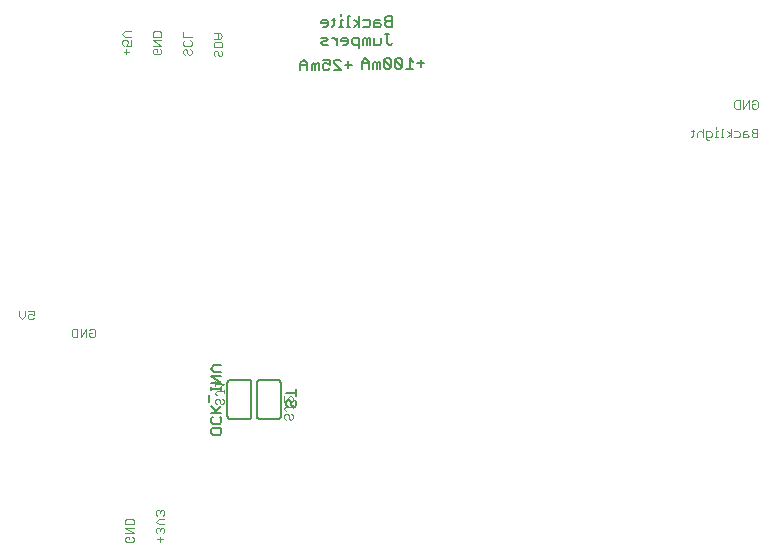
<source format=gbr>
G04 EAGLE Gerber RS-274X export*
G75*
%MOMM*%
%FSLAX34Y34*%
%LPD*%
%INSilkscreen Bottom*%
%IPPOS*%
%AMOC8*
5,1,8,0,0,1.08239X$1,22.5*%
G01*
%ADD10C,0.101600*%
%ADD11C,0.127000*%
%ADD12C,0.203200*%


D10*
X630257Y409440D02*
X631443Y410626D01*
X633816Y410626D01*
X635002Y409440D01*
X635002Y404694D01*
X633816Y403508D01*
X631443Y403508D01*
X630257Y404694D01*
X630257Y407067D01*
X632629Y407067D01*
X627518Y403508D02*
X627518Y410626D01*
X622772Y403508D01*
X622772Y410626D01*
X620034Y410626D02*
X620034Y403508D01*
X616475Y403508D01*
X615288Y404694D01*
X615288Y409440D01*
X616475Y410626D01*
X620034Y410626D01*
X634732Y386706D02*
X634732Y379588D01*
X634732Y386706D02*
X631173Y386706D01*
X629987Y385520D01*
X629987Y384333D01*
X631173Y383147D01*
X629987Y381961D01*
X629987Y380774D01*
X631173Y379588D01*
X634732Y379588D01*
X634732Y383147D02*
X631173Y383147D01*
X626062Y384333D02*
X623689Y384333D01*
X622502Y383147D01*
X622502Y379588D01*
X626062Y379588D01*
X627248Y380774D01*
X626062Y381961D01*
X622502Y381961D01*
X618577Y384333D02*
X615018Y384333D01*
X618577Y384333D02*
X619764Y383147D01*
X619764Y380774D01*
X618577Y379588D01*
X615018Y379588D01*
X612280Y379588D02*
X612280Y386706D01*
X612280Y381961D02*
X608721Y379588D01*
X612280Y381961D02*
X608721Y384333D01*
X606043Y386706D02*
X604856Y386706D01*
X604856Y379588D01*
X603670Y379588D02*
X606043Y379588D01*
X601053Y384333D02*
X599867Y384333D01*
X599867Y379588D01*
X601053Y379588D02*
X598681Y379588D01*
X599867Y386706D02*
X599867Y387892D01*
X593691Y377215D02*
X592505Y377215D01*
X591319Y378402D01*
X591319Y384333D01*
X594878Y384333D01*
X596064Y383147D01*
X596064Y380774D01*
X594878Y379588D01*
X591319Y379588D01*
X588580Y379588D02*
X588580Y386706D01*
X587393Y384333D02*
X588580Y383147D01*
X587393Y384333D02*
X585021Y384333D01*
X583834Y383147D01*
X583834Y379588D01*
X579909Y380774D02*
X579909Y385520D01*
X579909Y380774D02*
X578723Y379588D01*
X578723Y384333D02*
X581096Y384333D01*
X106626Y40067D02*
X105440Y41253D01*
X106626Y40067D02*
X106626Y37694D01*
X105440Y36508D01*
X100694Y36508D01*
X99508Y37694D01*
X99508Y40067D01*
X100694Y41253D01*
X103067Y41253D01*
X103067Y38881D01*
X99508Y43992D02*
X106626Y43992D01*
X99508Y48738D01*
X106626Y48738D01*
X106626Y51476D02*
X99508Y51476D01*
X99508Y55035D01*
X100694Y56222D01*
X105440Y56222D01*
X106626Y55035D01*
X106626Y51476D01*
X129067Y41253D02*
X129067Y36508D01*
X131440Y38881D02*
X126694Y38881D01*
X131440Y43992D02*
X132626Y45179D01*
X132626Y47551D01*
X131440Y48738D01*
X130253Y48738D01*
X129067Y47551D01*
X129067Y46365D01*
X129067Y47551D02*
X127881Y48738D01*
X126694Y48738D01*
X125508Y47551D01*
X125508Y45179D01*
X126694Y43992D01*
X127881Y51476D02*
X132626Y51476D01*
X127881Y51476D02*
X125508Y53849D01*
X127881Y56222D01*
X132626Y56222D01*
X131440Y58960D02*
X132626Y60147D01*
X132626Y62520D01*
X131440Y63706D01*
X130253Y63706D01*
X129067Y62520D01*
X129067Y61333D01*
X129067Y62520D02*
X127881Y63706D01*
X126694Y63706D01*
X125508Y62520D01*
X125508Y60147D01*
X126694Y58960D01*
X100479Y449406D02*
X100479Y454151D01*
X102852Y451778D02*
X98106Y451778D01*
X104038Y456890D02*
X104038Y461635D01*
X104038Y456890D02*
X100479Y456890D01*
X101665Y459262D01*
X101665Y460449D01*
X100479Y461635D01*
X98106Y461635D01*
X96920Y460449D01*
X96920Y458076D01*
X98106Y456890D01*
X99293Y464374D02*
X104038Y464374D01*
X99293Y464374D02*
X96920Y466747D01*
X99293Y469119D01*
X104038Y469119D01*
X128582Y454151D02*
X129768Y452965D01*
X129768Y450592D01*
X128582Y449406D01*
X123836Y449406D01*
X122650Y450592D01*
X122650Y452965D01*
X123836Y454151D01*
X126209Y454151D01*
X126209Y451778D01*
X122650Y456890D02*
X129768Y456890D01*
X122650Y461635D01*
X129768Y461635D01*
X129768Y464374D02*
X122650Y464374D01*
X122650Y467933D01*
X123836Y469119D01*
X128582Y469119D01*
X129768Y467933D01*
X129768Y464374D01*
X154582Y453881D02*
X155768Y452695D01*
X155768Y450322D01*
X154582Y449136D01*
X153395Y449136D01*
X152209Y450322D01*
X152209Y452695D01*
X151023Y453881D01*
X149836Y453881D01*
X148650Y452695D01*
X148650Y450322D01*
X149836Y449136D01*
X155768Y460179D02*
X154582Y461365D01*
X155768Y460179D02*
X155768Y457806D01*
X154582Y456620D01*
X149836Y456620D01*
X148650Y457806D01*
X148650Y460179D01*
X149836Y461365D01*
X148650Y464104D02*
X155768Y464104D01*
X148650Y464104D02*
X148650Y468849D01*
X180582Y452611D02*
X181768Y451425D01*
X181768Y449052D01*
X180582Y447866D01*
X179395Y447866D01*
X178209Y449052D01*
X178209Y451425D01*
X177023Y452611D01*
X175836Y452611D01*
X174650Y451425D01*
X174650Y449052D01*
X175836Y447866D01*
X174650Y455350D02*
X181768Y455350D01*
X174650Y455350D02*
X174650Y458909D01*
X175836Y460095D01*
X180582Y460095D01*
X181768Y458909D01*
X181768Y455350D01*
X179395Y462834D02*
X174650Y462834D01*
X179395Y462834D02*
X181768Y465207D01*
X179395Y467579D01*
X174650Y467579D01*
X178209Y467579D02*
X178209Y462834D01*
D11*
X285319Y440694D02*
X291251Y440694D01*
X288285Y443660D02*
X288285Y437728D01*
X281896Y436245D02*
X275964Y436245D01*
X281896Y436245D02*
X275964Y442177D01*
X275964Y443660D01*
X277447Y445143D01*
X280413Y445143D01*
X281896Y443660D01*
X272541Y445143D02*
X266609Y445143D01*
X272541Y445143D02*
X272541Y440694D01*
X269575Y442177D01*
X268092Y442177D01*
X266609Y440694D01*
X266609Y437728D01*
X268092Y436245D01*
X271058Y436245D01*
X272541Y437728D01*
X263185Y436245D02*
X263185Y442177D01*
X261703Y442177D01*
X260220Y440694D01*
X260220Y436245D01*
X260220Y440694D02*
X258737Y442177D01*
X257254Y440694D01*
X257254Y436245D01*
X253830Y436245D02*
X253830Y442177D01*
X250864Y445143D01*
X247899Y442177D01*
X247899Y436245D01*
X247899Y440694D02*
X253830Y440694D01*
X346744Y441964D02*
X352676Y441964D01*
X349710Y444930D02*
X349710Y438998D01*
X343321Y443447D02*
X340355Y446413D01*
X340355Y437515D01*
X343321Y437515D02*
X337389Y437515D01*
X333966Y438998D02*
X333966Y444930D01*
X332483Y446413D01*
X329517Y446413D01*
X328034Y444930D01*
X328034Y438998D01*
X329517Y437515D01*
X332483Y437515D01*
X333966Y438998D01*
X328034Y444930D01*
X324611Y444930D02*
X324611Y438998D01*
X324611Y444930D02*
X323128Y446413D01*
X320162Y446413D01*
X318679Y444930D01*
X318679Y438998D01*
X320162Y437515D01*
X323128Y437515D01*
X324611Y438998D01*
X318679Y444930D01*
X315255Y443447D02*
X315255Y437515D01*
X315255Y443447D02*
X313773Y443447D01*
X312290Y441964D01*
X312290Y437515D01*
X312290Y441964D02*
X310807Y443447D01*
X309324Y441964D01*
X309324Y437515D01*
X305900Y437515D02*
X305900Y443447D01*
X302934Y446413D01*
X299969Y443447D01*
X299969Y437515D01*
X299969Y441964D02*
X305900Y441964D01*
X180983Y131946D02*
X180983Y128980D01*
X179500Y127497D01*
X173568Y127497D01*
X172085Y128980D01*
X172085Y131946D01*
X173568Y133429D01*
X179500Y133429D01*
X180983Y131946D01*
X180983Y141301D02*
X179500Y142784D01*
X180983Y141301D02*
X180983Y138335D01*
X179500Y136852D01*
X173568Y136852D01*
X172085Y138335D01*
X172085Y141301D01*
X173568Y142784D01*
X172085Y146207D02*
X180983Y146207D01*
X175051Y146207D02*
X180983Y152139D01*
X176534Y147690D02*
X172085Y152139D01*
X170602Y155563D02*
X170602Y161494D01*
X172085Y164918D02*
X172085Y167884D01*
X172085Y166401D02*
X180983Y166401D01*
X180983Y164918D02*
X180983Y167884D01*
X180983Y171155D02*
X172085Y171155D01*
X172085Y177086D02*
X180983Y171155D01*
X180983Y177086D02*
X172085Y177086D01*
X175051Y180510D02*
X180983Y180510D01*
X175051Y180510D02*
X172085Y183476D01*
X175051Y186441D01*
X180983Y186441D01*
X243000Y156766D02*
X244483Y155283D01*
X244483Y152318D01*
X243000Y150835D01*
X241517Y150835D01*
X240034Y152318D01*
X240034Y155283D01*
X238551Y156766D01*
X237068Y156766D01*
X235585Y155283D01*
X235585Y152318D01*
X237068Y150835D01*
X235585Y163156D02*
X244483Y163156D01*
X244483Y160190D02*
X244483Y166122D01*
D10*
X70423Y217116D02*
X69237Y215930D01*
X70423Y217116D02*
X72796Y217116D01*
X73982Y215930D01*
X73982Y211184D01*
X72796Y209998D01*
X70423Y209998D01*
X69237Y211184D01*
X69237Y213557D01*
X71609Y213557D01*
X66498Y209998D02*
X66498Y217116D01*
X61752Y209998D01*
X61752Y217116D01*
X59014Y217116D02*
X59014Y209998D01*
X55455Y209998D01*
X54268Y211184D01*
X54268Y215930D01*
X55455Y217116D01*
X59014Y217116D01*
X21912Y232356D02*
X17167Y232356D01*
X21912Y232356D02*
X21912Y228797D01*
X19539Y229983D01*
X18353Y229983D01*
X17167Y228797D01*
X17167Y226424D01*
X18353Y225238D01*
X20726Y225238D01*
X21912Y226424D01*
X14428Y227611D02*
X14428Y232356D01*
X14428Y227611D02*
X12055Y225238D01*
X9682Y227611D01*
X9682Y232356D01*
D11*
X325755Y473075D02*
X325755Y481973D01*
X321306Y481973D01*
X319823Y480490D01*
X319823Y479007D01*
X321306Y477524D01*
X319823Y476041D01*
X319823Y474558D01*
X321306Y473075D01*
X325755Y473075D01*
X325755Y477524D02*
X321306Y477524D01*
X314917Y479007D02*
X311951Y479007D01*
X310468Y477524D01*
X310468Y473075D01*
X314917Y473075D01*
X316400Y474558D01*
X314917Y476041D01*
X310468Y476041D01*
X305562Y479007D02*
X301113Y479007D01*
X305562Y479007D02*
X307045Y477524D01*
X307045Y474558D01*
X305562Y473075D01*
X301113Y473075D01*
X297689Y473075D02*
X297689Y481973D01*
X297689Y476041D02*
X293241Y473075D01*
X297689Y476041D02*
X293241Y479007D01*
X289893Y481973D02*
X288411Y481973D01*
X288411Y473075D01*
X289893Y473075D02*
X286928Y473075D01*
X283657Y479007D02*
X282174Y479007D01*
X282174Y473075D01*
X283657Y473075D02*
X280691Y473075D01*
X282174Y481973D02*
X282174Y483456D01*
X275937Y480490D02*
X275937Y474558D01*
X274454Y473075D01*
X274454Y479007D02*
X277420Y479007D01*
X269700Y473075D02*
X266734Y473075D01*
X269700Y473075D02*
X271183Y474558D01*
X271183Y477524D01*
X269700Y479007D01*
X266734Y479007D01*
X265251Y477524D01*
X265251Y476041D01*
X271183Y476041D01*
X324272Y457835D02*
X325755Y459318D01*
X324272Y457835D02*
X322789Y457835D01*
X321306Y459318D01*
X321306Y466733D01*
X322789Y466733D02*
X319823Y466733D01*
X316400Y463767D02*
X316400Y459318D01*
X314917Y457835D01*
X310468Y457835D01*
X310468Y463767D01*
X307045Y463767D02*
X307045Y457835D01*
X307045Y463767D02*
X305562Y463767D01*
X304079Y462284D01*
X304079Y457835D01*
X304079Y462284D02*
X302596Y463767D01*
X301113Y462284D01*
X301113Y457835D01*
X297689Y454869D02*
X297689Y463767D01*
X293241Y463767D01*
X291758Y462284D01*
X291758Y459318D01*
X293241Y457835D01*
X297689Y457835D01*
X286851Y457835D02*
X283885Y457835D01*
X286851Y457835D02*
X288334Y459318D01*
X288334Y462284D01*
X286851Y463767D01*
X283885Y463767D01*
X282403Y462284D01*
X282403Y460801D01*
X288334Y460801D01*
X278979Y457835D02*
X278979Y463767D01*
X278979Y460801D02*
X276013Y463767D01*
X274530Y463767D01*
X271183Y457835D02*
X266734Y457835D01*
X265251Y459318D01*
X266734Y460801D01*
X269700Y460801D01*
X271183Y462284D01*
X269700Y463767D01*
X265251Y463767D01*
D12*
X206430Y171470D02*
X206430Y143530D01*
X188650Y140990D02*
X188550Y140992D01*
X188451Y140998D01*
X188351Y141008D01*
X188253Y141021D01*
X188154Y141039D01*
X188057Y141060D01*
X187961Y141085D01*
X187865Y141114D01*
X187771Y141147D01*
X187678Y141183D01*
X187587Y141223D01*
X187497Y141267D01*
X187409Y141314D01*
X187323Y141364D01*
X187239Y141418D01*
X187157Y141475D01*
X187078Y141535D01*
X187000Y141599D01*
X186926Y141665D01*
X186854Y141734D01*
X186785Y141806D01*
X186719Y141880D01*
X186655Y141958D01*
X186595Y142037D01*
X186538Y142119D01*
X186484Y142203D01*
X186434Y142289D01*
X186387Y142377D01*
X186343Y142467D01*
X186303Y142558D01*
X186267Y142651D01*
X186234Y142745D01*
X186205Y142841D01*
X186180Y142937D01*
X186159Y143034D01*
X186141Y143133D01*
X186128Y143231D01*
X186118Y143331D01*
X186112Y143430D01*
X186110Y143530D01*
X186110Y171470D02*
X186112Y171570D01*
X186118Y171669D01*
X186128Y171769D01*
X186141Y171867D01*
X186159Y171966D01*
X186180Y172063D01*
X186205Y172159D01*
X186234Y172255D01*
X186267Y172349D01*
X186303Y172442D01*
X186343Y172533D01*
X186387Y172623D01*
X186434Y172711D01*
X186484Y172797D01*
X186538Y172881D01*
X186595Y172963D01*
X186655Y173042D01*
X186719Y173120D01*
X186785Y173194D01*
X186854Y173266D01*
X186926Y173335D01*
X187000Y173401D01*
X187078Y173465D01*
X187157Y173525D01*
X187239Y173582D01*
X187323Y173636D01*
X187409Y173686D01*
X187497Y173733D01*
X187587Y173777D01*
X187678Y173817D01*
X187771Y173853D01*
X187865Y173886D01*
X187961Y173915D01*
X188057Y173940D01*
X188154Y173961D01*
X188253Y173979D01*
X188351Y173992D01*
X188451Y174002D01*
X188550Y174008D01*
X188650Y174010D01*
X203890Y174010D02*
X203990Y174008D01*
X204089Y174002D01*
X204189Y173992D01*
X204287Y173979D01*
X204386Y173961D01*
X204483Y173940D01*
X204579Y173915D01*
X204675Y173886D01*
X204769Y173853D01*
X204862Y173817D01*
X204953Y173777D01*
X205043Y173733D01*
X205131Y173686D01*
X205217Y173636D01*
X205301Y173582D01*
X205383Y173525D01*
X205462Y173465D01*
X205540Y173401D01*
X205614Y173335D01*
X205686Y173266D01*
X205755Y173194D01*
X205821Y173120D01*
X205885Y173042D01*
X205945Y172963D01*
X206002Y172881D01*
X206056Y172797D01*
X206106Y172711D01*
X206153Y172623D01*
X206197Y172533D01*
X206237Y172442D01*
X206273Y172349D01*
X206306Y172255D01*
X206335Y172159D01*
X206360Y172063D01*
X206381Y171966D01*
X206399Y171867D01*
X206412Y171769D01*
X206422Y171669D01*
X206428Y171570D01*
X206430Y171470D01*
X206430Y143530D02*
X206428Y143430D01*
X206422Y143331D01*
X206412Y143231D01*
X206399Y143133D01*
X206381Y143034D01*
X206360Y142937D01*
X206335Y142841D01*
X206306Y142745D01*
X206273Y142651D01*
X206237Y142558D01*
X206197Y142467D01*
X206153Y142377D01*
X206106Y142289D01*
X206056Y142203D01*
X206002Y142119D01*
X205945Y142037D01*
X205885Y141958D01*
X205821Y141880D01*
X205755Y141806D01*
X205686Y141734D01*
X205614Y141665D01*
X205540Y141599D01*
X205462Y141535D01*
X205383Y141475D01*
X205301Y141418D01*
X205217Y141364D01*
X205131Y141314D01*
X205043Y141267D01*
X204953Y141223D01*
X204862Y141183D01*
X204769Y141147D01*
X204675Y141114D01*
X204579Y141085D01*
X204483Y141060D01*
X204386Y141039D01*
X204287Y141021D01*
X204189Y141008D01*
X204089Y140998D01*
X203990Y140992D01*
X203890Y140990D01*
X188650Y140990D01*
X188650Y174010D02*
X203890Y174010D01*
X186110Y171470D02*
X186110Y143530D01*
D10*
X183068Y156895D02*
X181882Y158081D01*
X183068Y156895D02*
X183068Y154522D01*
X181882Y153336D01*
X180695Y153336D01*
X179509Y154522D01*
X179509Y156895D01*
X178323Y158081D01*
X177136Y158081D01*
X175950Y156895D01*
X175950Y154522D01*
X177136Y153336D01*
X177136Y160820D02*
X175950Y162006D01*
X175950Y163192D01*
X177136Y164379D01*
X183068Y164379D01*
X183068Y165565D02*
X183068Y163192D01*
X180695Y168304D02*
X183068Y170677D01*
X175950Y170677D01*
X175950Y173049D02*
X175950Y168304D01*
D12*
X210880Y171470D02*
X210880Y143530D01*
X231200Y171470D02*
X231198Y171570D01*
X231192Y171669D01*
X231182Y171769D01*
X231169Y171867D01*
X231151Y171966D01*
X231130Y172063D01*
X231105Y172159D01*
X231076Y172255D01*
X231043Y172349D01*
X231007Y172442D01*
X230967Y172533D01*
X230923Y172623D01*
X230876Y172711D01*
X230826Y172797D01*
X230772Y172881D01*
X230715Y172963D01*
X230655Y173042D01*
X230591Y173120D01*
X230525Y173194D01*
X230456Y173266D01*
X230384Y173335D01*
X230310Y173401D01*
X230232Y173465D01*
X230153Y173525D01*
X230071Y173582D01*
X229987Y173636D01*
X229901Y173686D01*
X229813Y173733D01*
X229723Y173777D01*
X229632Y173817D01*
X229539Y173853D01*
X229445Y173886D01*
X229349Y173915D01*
X229253Y173940D01*
X229156Y173961D01*
X229057Y173979D01*
X228959Y173992D01*
X228859Y174002D01*
X228760Y174008D01*
X228660Y174010D01*
X231200Y143530D02*
X231198Y143430D01*
X231192Y143331D01*
X231182Y143231D01*
X231169Y143133D01*
X231151Y143034D01*
X231130Y142937D01*
X231105Y142841D01*
X231076Y142745D01*
X231043Y142651D01*
X231007Y142558D01*
X230967Y142467D01*
X230923Y142377D01*
X230876Y142289D01*
X230826Y142203D01*
X230772Y142119D01*
X230715Y142037D01*
X230655Y141958D01*
X230591Y141880D01*
X230525Y141806D01*
X230456Y141734D01*
X230384Y141665D01*
X230310Y141599D01*
X230232Y141535D01*
X230153Y141475D01*
X230071Y141418D01*
X229987Y141364D01*
X229901Y141314D01*
X229813Y141267D01*
X229723Y141223D01*
X229632Y141183D01*
X229539Y141147D01*
X229445Y141114D01*
X229349Y141085D01*
X229253Y141060D01*
X229156Y141039D01*
X229057Y141021D01*
X228959Y141008D01*
X228859Y140998D01*
X228760Y140992D01*
X228660Y140990D01*
X213420Y140990D02*
X213320Y140992D01*
X213221Y140998D01*
X213121Y141008D01*
X213023Y141021D01*
X212924Y141039D01*
X212827Y141060D01*
X212731Y141085D01*
X212635Y141114D01*
X212541Y141147D01*
X212448Y141183D01*
X212357Y141223D01*
X212267Y141267D01*
X212179Y141314D01*
X212093Y141364D01*
X212009Y141418D01*
X211927Y141475D01*
X211848Y141535D01*
X211770Y141599D01*
X211696Y141665D01*
X211624Y141734D01*
X211555Y141806D01*
X211489Y141880D01*
X211425Y141958D01*
X211365Y142037D01*
X211308Y142119D01*
X211254Y142203D01*
X211204Y142289D01*
X211157Y142377D01*
X211113Y142467D01*
X211073Y142558D01*
X211037Y142651D01*
X211004Y142745D01*
X210975Y142841D01*
X210950Y142937D01*
X210929Y143034D01*
X210911Y143133D01*
X210898Y143231D01*
X210888Y143331D01*
X210882Y143430D01*
X210880Y143530D01*
X210880Y171470D02*
X210882Y171570D01*
X210888Y171669D01*
X210898Y171769D01*
X210911Y171867D01*
X210929Y171966D01*
X210950Y172063D01*
X210975Y172159D01*
X211004Y172255D01*
X211037Y172349D01*
X211073Y172442D01*
X211113Y172533D01*
X211157Y172623D01*
X211204Y172711D01*
X211254Y172797D01*
X211308Y172881D01*
X211365Y172963D01*
X211425Y173042D01*
X211489Y173120D01*
X211555Y173194D01*
X211624Y173266D01*
X211696Y173335D01*
X211770Y173401D01*
X211848Y173465D01*
X211927Y173525D01*
X212009Y173582D01*
X212093Y173636D01*
X212179Y173686D01*
X212267Y173733D01*
X212357Y173777D01*
X212448Y173817D01*
X212541Y173853D01*
X212635Y173886D01*
X212731Y173915D01*
X212827Y173940D01*
X212924Y173961D01*
X213023Y173979D01*
X213121Y173992D01*
X213221Y174002D01*
X213320Y174008D01*
X213420Y174010D01*
X228660Y174010D01*
X228660Y140990D02*
X213420Y140990D01*
X231200Y143530D02*
X231200Y171470D01*
D10*
X240180Y144973D02*
X241366Y143787D01*
X241366Y141414D01*
X240180Y140228D01*
X238993Y140228D01*
X237807Y141414D01*
X237807Y143787D01*
X236621Y144973D01*
X235434Y144973D01*
X234248Y143787D01*
X234248Y141414D01*
X235434Y140228D01*
X235434Y147712D02*
X234248Y148899D01*
X234248Y150085D01*
X235434Y151271D01*
X241366Y151271D01*
X241366Y150085D02*
X241366Y152458D01*
X234248Y155196D02*
X234248Y159942D01*
X238993Y159942D02*
X234248Y155196D01*
X238993Y159942D02*
X240180Y159942D01*
X241366Y158755D01*
X241366Y156383D01*
X240180Y155196D01*
M02*

</source>
